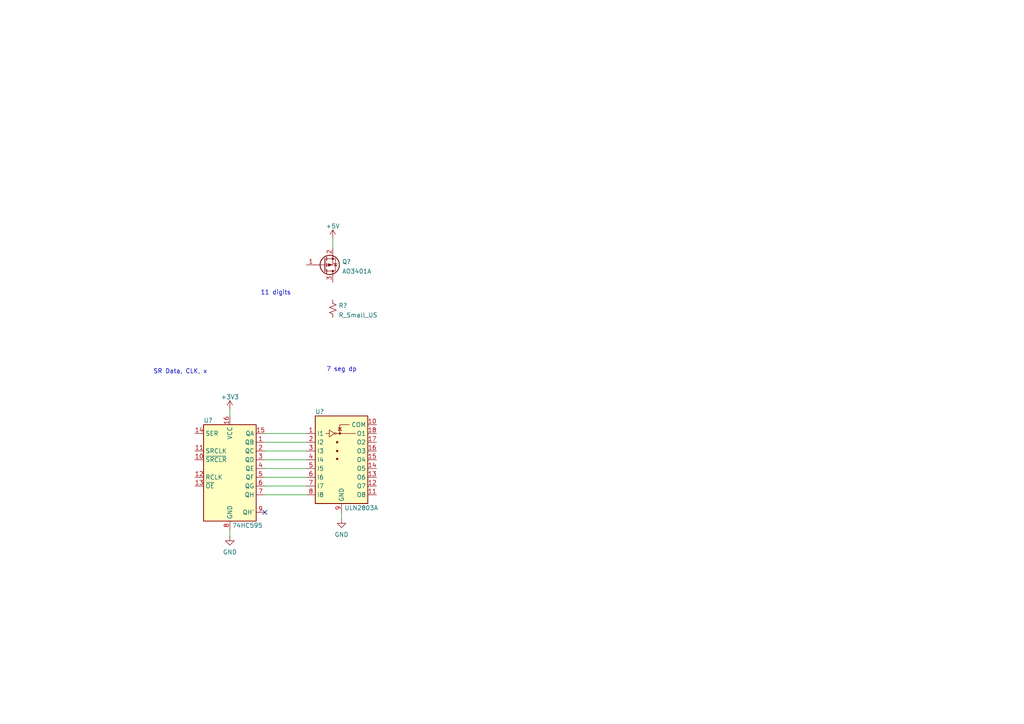
<source format=kicad_sch>
(kicad_sch (version 20211123) (generator eeschema)
  (paper "A4")
  (lib_symbols
    (symbol "74xx:74HC595"
      (property "Reference" "U" (at -7.62 13.97 0))
      (property "Value" "74HC595" (at -7.62 -16.51 0))
      (symbol "74HC595_1_0"
        (pin tri_state line (at 10.16 7.62 180) (length 2.54) (name "QB") (number "1"))
        (pin input line (at -10.16 2.54 0) (length 2.54) (name "~{SRCLR}") (number "10"))
        (pin input line (at -10.16 5.08 0) (length 2.54) (name "SRCLK") (number "11"))
        (pin input line (at -10.16 -2.54 0) (length 2.54) (name "RCLK") (number "12"))
        (pin input line (at -10.16 -5.08 0) (length 2.54) (name "~{OE}") (number "13"))
        (pin input line (at -10.16 10.16 0) (length 2.54) (name "SER") (number "14"))
        (pin tri_state line (at 10.16 10.16 180) (length 2.54) (name "QA") (number "15"))
        (pin power_in line (at 0 15.24 270) (length 2.54) (name "VCC") (number "16"))
        (pin tri_state line (at 10.16 5.08 180) (length 2.54) (name "QC") (number "2"))
        (pin tri_state line (at 10.16 2.54 180) (length 2.54) (name "QD") (number "3"))
        (pin tri_state line (at 10.16 0 180) (length 2.54) (name "QE") (number "4"))
        (pin tri_state line (at 10.16 -2.54 180) (length 2.54) (name "QF") (number "5"))
        (pin tri_state line (at 10.16 -5.08 180) (length 2.54) (name "QG") (number "6"))
        (pin tri_state line (at 10.16 -7.62 180) (length 2.54) (name "QH") (number "7"))
        (pin power_in line (at 0 -17.78 90) (length 2.54) (name "GND") (number "8"))
        (pin output line (at 10.16 -12.7 180) (length 2.54) (name "QH'") (number "9"))
      )
      (symbol "74HC595_1_1"
        (rectangle (start -7.62 12.7) (end 7.62 -15.24) (stroke (width 0.254)) (fill (type background)))
      )
    )
    (symbol "Device:R_Small_US" (pin_numbers hide) (pin_names (offset 0.254) hide)
      (property "Reference" "R" (at 0.762 0.508 0))
      (property "Value" "R_Small_US" (at 0.762 -1.016 0))
      (symbol "R_Small_US_1_1"
        (polyline (pts (xy 0 0) (xy 1.016 -0.381) (xy 0 -0.762) (xy -1.016 -1.143) (xy 0 -1.524)))
        (polyline (pts (xy 0 1.524) (xy 1.016 1.143) (xy 0 0.762) (xy -1.016 0.381) (xy 0 0)))
        (pin passive line (at 0 2.54 270) (length 1.016) (name "~") (number "1"))
        (pin passive line (at 0 -2.54 90) (length 1.016) (name "~") (number "2"))
      )
    )
    (symbol "Transistor_Array:ULN2803A"
      (property "Reference" "U" (at 0 13.335 0))
      (property "Value" "ULN2803A" (at 0 11.43 0))
      (symbol "ULN2803A_0_1"
        (rectangle (start -7.62 -15.24) (end 7.62 10.16) (stroke (width 0.254)) (fill (type background)))
        (circle (center -1.778 5.08) (radius 0.254))
        (circle (center -1.27 -2.286) (radius 0.254) (fill (type outline)))
        (circle (center -1.27 0) (radius 0.254) (fill (type outline)))
        (circle (center -1.27 2.54) (radius 0.254) (fill (type outline)))
        (circle (center -0.508 5.08) (radius 0.254) (fill (type outline)))
        (polyline (pts (xy -4.572 5.08) (xy -3.556 5.08)))
        (polyline (pts (xy -1.524 5.08) (xy 4.064 5.08)))
        (polyline (pts (xy 0 6.731) (xy -1.016 6.731)))
        (polyline (pts (xy -0.508 5.08) (xy -0.508 7.62) (xy 2.286 7.62)))
        (polyline (pts (xy -3.556 6.096) (xy -3.556 4.064) (xy -2.032 5.08) (xy -3.556 6.096)))
        (polyline (pts (xy 0 5.969) (xy -1.016 5.969) (xy -0.508 6.731) (xy 0 5.969)))
      )
      (symbol "ULN2803A_1_1"
        (pin input line (at -10.16 5.08 0) (length 2.54) (name "I1") (number "1"))
        (pin passive line (at 10.16 7.62 180) (length 2.54) (name "COM") (number "10"))
        (pin open_collector line (at 10.16 -12.7 180) (length 2.54) (name "O8") (number "11"))
        (pin open_collector line (at 10.16 -10.16 180) (length 2.54) (name "O7") (number "12"))
        (pin open_collector line (at 10.16 -7.62 180) (length 2.54) (name "O6") (number "13"))
        (pin open_collector line (at 10.16 -5.08 180) (length 2.54) (name "O5") (number "14"))
        (pin open_collector line (at 10.16 -2.54 180) (length 2.54) (name "O4") (number "15"))
        (pin open_collector line (at 10.16 0 180) (length 2.54) (name "O3") (number "16"))
        (pin open_collector line (at 10.16 2.54 180) (length 2.54) (name "O2") (number "17"))
        (pin open_collector line (at 10.16 5.08 180) (length 2.54) (name "O1") (number "18"))
        (pin input line (at -10.16 2.54 0) (length 2.54) (name "I2") (number "2"))
        (pin input line (at -10.16 0 0) (length 2.54) (name "I3") (number "3"))
        (pin input line (at -10.16 -2.54 0) (length 2.54) (name "I4") (number "4"))
        (pin input line (at -10.16 -5.08 0) (length 2.54) (name "I5") (number "5"))
        (pin input line (at -10.16 -7.62 0) (length 2.54) (name "I6") (number "6"))
        (pin input line (at -10.16 -10.16 0) (length 2.54) (name "I7") (number "7"))
        (pin input line (at -10.16 -12.7 0) (length 2.54) (name "I8") (number "8"))
        (pin power_in line (at 0 -17.78 90) (length 2.54) (name "GND") (number "9"))
      )
    )
    (symbol "Transistor_FET:AO3401A" (pin_names hide)
      (property "Reference" "Q" (at 5.08 1.905 0))
      (property "Value" "AO3401A" (at 5.08 0 0))
      (symbol "AO3401A_0_1"
        (polyline (pts (xy 0.254 0) (xy -2.54 0)))
        (polyline (pts (xy 0.254 1.905) (xy 0.254 -1.905)) (stroke (width 0.254)))
        (polyline (pts (xy 0.762 -1.27) (xy 0.762 -2.286)) (stroke (width 0.254)))
        (polyline (pts (xy 0.762 0.508) (xy 0.762 -0.508)) (stroke (width 0.254)))
        (polyline (pts (xy 0.762 2.286) (xy 0.762 1.27)) (stroke (width 0.254)))
        (polyline (pts (xy 2.54 2.54) (xy 2.54 1.778)))
        (polyline (pts (xy 2.54 -2.54) (xy 2.54 0) (xy 0.762 0)))
        (polyline (pts (xy 0.762 1.778) (xy 3.302 1.778) (xy 3.302 -1.778) (xy 0.762 -1.778)))
        (polyline (pts (xy 2.286 0) (xy 1.27 0.381) (xy 1.27 -0.381) (xy 2.286 0)) (fill (type outline)))
        (polyline (pts (xy 2.794 -0.508) (xy 2.921 -0.381) (xy 3.683 -0.381) (xy 3.81 -0.254)))
        (polyline (pts (xy 3.302 -0.381) (xy 2.921 0.254) (xy 3.683 0.254) (xy 3.302 -0.381)))
        (circle (center 1.651 0) (radius 2.794) (stroke (width 0.254)))
        (circle (center 2.54 -1.778) (radius 0.254) (fill (type outline)))
        (circle (center 2.54 1.778) (radius 0.254) (fill (type outline)))
      )
      (symbol "AO3401A_1_1"
        (pin input line (at -5.08 0 0) (length 2.54) (name "G") (number "1"))
        (pin passive line (at 2.54 -5.08 90) (length 2.54) (name "S") (number "2"))
        (pin passive line (at 2.54 5.08 270) (length 2.54) (name "D") (number "3"))
      )
    )
    (symbol "power:+3V3" (power) (pin_names (offset 0))
      (property "Value" "+3V3" (at 0 3.556 0))
      (symbol "+3V3_0_1"
        (polyline (pts (xy -0.762 1.27) (xy 0 2.54)))
        (polyline (pts (xy 0 0) (xy 0 2.54)))
        (polyline (pts (xy 0 2.54) (xy 0.762 1.27)))
      )
      (symbol "+3V3_1_1"
        (pin power_in line (at 0 0 90) (length 0) hide (name "+3V3") (number "1"))
      )
    )
    (symbol "power:+5V" (power) (pin_names (offset 0))
      (property "Value" "+5V" (at 0 3.556 0))
      (symbol "+5V_0_1"
        (polyline (pts (xy -0.762 1.27) (xy 0 2.54)))
        (polyline (pts (xy 0 0) (xy 0 2.54)))
        (polyline (pts (xy 0 2.54) (xy 0.762 1.27)))
      )
      (symbol "+5V_1_1"
        (pin power_in line (at 0 0 90) (length 0) hide (name "+5V") (number "1"))
      )
    )
    (symbol "power:GND" (power) (pin_names (offset 0))
      (property "Value" "GND" (at 0 -3.81 0))
      (symbol "GND_0_1"
        (polyline (pts (xy 0 0) (xy 0 -1.27) (xy 1.27 -1.27) (xy 0 -2.54) (xy -1.27 -1.27) (xy 0 -1.27)))
      )
      (symbol "GND_1_1"
        (pin power_in line (at 0 0 270) (length 0) hide (name "GND") (number "1"))
      )
    )
  )
  (no_connect (at 76.835 148.59))
  (wire (pts (xy 99.06 148.59) (xy 99.06 150.495)))
  (wire (pts (xy 76.835 130.81) (xy 88.9 130.81)))
  (wire (pts (xy 76.835 135.89) (xy 88.9 135.89)))
  (wire (pts (xy 76.835 138.43) (xy 88.9 138.43)))
  (wire (pts (xy 66.675 153.67) (xy 66.675 155.575)))
  (wire (pts (xy 76.835 143.51) (xy 88.9 143.51)))
  (wire (pts (xy 76.835 140.97) (xy 88.9 140.97)))
  (wire (pts (xy 76.835 128.27) (xy 88.9 128.27)))
  (wire (pts (xy 66.675 118.745) (xy 66.675 120.65)))
  (wire (pts (xy 76.835 125.73) (xy 88.9 125.73)))
  (wire (pts (xy 76.835 133.35) (xy 88.9 133.35)))
  (wire (pts (xy 96.52 69.215) (xy 96.52 71.755)))
  (text "11 digits" (at 75.565 85.725 0) (effects (font (size 1.27 1.27)) (justify left bottom)))
  (text "7 seg dp" (at 94.615 107.95 0) (effects (font (size 1.27 1.27)) (justify left bottom)))
  (text "SR Data, CLK, x\n" (at 44.45 108.585 0) (effects (font (size 1.27 1.27)) (justify left bottom)))
  (symbol (lib_id "power:GND") (at 99.06 150.495 0) (unit 1)
    (property "Reference" "#PWR?" (effects hide))
    (property "Value" "GND" (at 99.06 155.0575 0))
  )
  (symbol (lib_id "power:+3V3") (at 66.675 118.745 0) (unit 1)
    (property "Reference" "#PWR?" (effects hide))
    (property "Value" "+3V3" (at 66.675 115.1405 0))
  )
  (symbol (lib_id "power:GND") (at 66.675 155.575 0) (unit 1)
    (property "Reference" "#PWR?" (effects hide))
    (property "Value" "GND" (at 66.675 160.1375 0))
  )
  (symbol (lib_id "power:+5V") (at 96.52 69.215 0) (unit 1)
    (property "Reference" "#PWR?" (effects hide))
    (property "Value" "+5V" (at 96.52 65.6105 0))
  )
  (symbol (lib_id "Transistor_FET:AO3401A") (at 93.98 76.835 0) (mirror x) (unit 1)
    (property "Reference" "Q?" (at 99.187 75.9265 0) (effects (justify left)))
    (property "Value" "AO3401A" (at 99.187 78.7016 0) (effects (justify left)))
    (property "Footprint" "Package_TO_SOT_SMD:SOT-23" (effects hide))
    (property "Datasheet" "http://www.aosmd.com/pdfs/datasheet/AO3401A.pdf" (effects hide))
  )
  (symbol (lib_id "Transistor_Array:ULN2803A") (at 99.06 130.81 0) (unit 1)
    (property "Reference" "U?" (at 92.71 119.38 0))
    (property "Value" "ULN2803A" (at 104.775 147.32 0))
    (property "Footprint" "Package_SO:SOIC-18W_7.5x11.6mm_P1.27mm" (effects hide))
    (property "Datasheet" "https://www.ti.com/cn/lit/ds/symlink/uln2803a.pdf?ts=1652169622186" (effects hide))
    (property "lcsc" "C9683" (effects hide))
  )
  (symbol (lib_id "74xx:74HC595") (at 66.675 135.89 0) (unit 1)
    (property "Reference" "U?" (at 59.055 121.92 0) (effects (justify left)))
    (property "Value" "74HC595" (at 67.31 152.4 0) (effects (justify left)))
    (property "Footprint" "Package_SO:SOIC-16_3.9x9.9mm_P1.27mm" (effects hide))
    (property "Datasheet" "https://datasheet.lcsc.com/lcsc/1811021715_Nexperia-74HC595D-118_C5947.pdf" (effects hide))
    (property "lcsc" "C5947" (effects hide))
  )
  (symbol (lib_id "Device:R_Small_US") (at 96.52 89.535 0) (unit 1)
    (property "Reference" "R?" (at 98.171 88.6265 0) (effects (justify left)))
    (property "Value" "R_Small_US" (at 98.171 91.4016 0) (effects (justify left)))
  )
)
</source>
